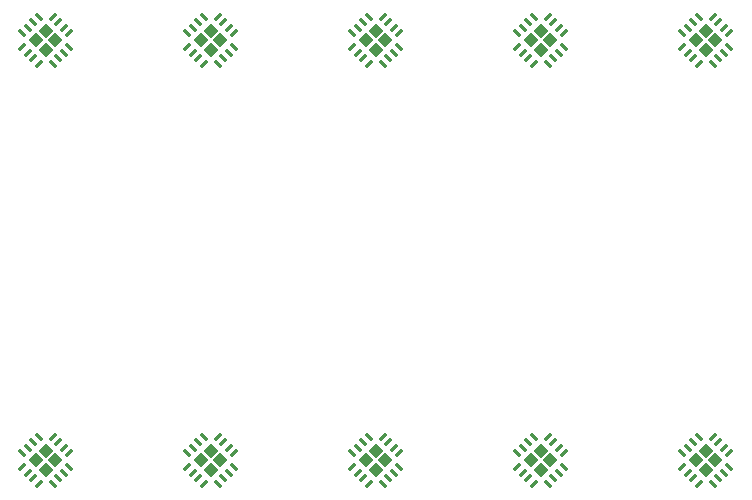
<source format=gbr>
%TF.GenerationSoftware,Altium Limited,Altium Designer,21.6.4 (81)*%
G04 Layer_Color=8421504*
%FSLAX26Y26*%
%MOIN*%
%TF.SameCoordinates,5FA90F47-3B47-4036-B415-51D33840892C*%
%TF.FilePolarity,Positive*%
%TF.FileFunction,Paste,Top*%
%TF.Part,CustomerPanel*%
G01*
G75*
%TA.AperFunction,SMDPad,CuDef*%
G04:AMPARAMS|DCode=11|XSize=11.811mil|YSize=29.528mil|CornerRadius=1.949mil|HoleSize=0mil|Usage=FLASHONLY|Rotation=315.000|XOffset=0mil|YOffset=0mil|HoleType=Round|Shape=RoundedRectangle|*
%AMROUNDEDRECTD11*
21,1,0.011811,0.025630,0,0,315.0*
21,1,0.007913,0.029528,0,0,315.0*
1,1,0.003898,-0.006264,-0.011859*
1,1,0.003898,-0.011859,-0.006264*
1,1,0.003898,0.006264,0.011859*
1,1,0.003898,0.011859,0.006264*
%
%ADD11ROUNDEDRECTD11*%
G04:AMPARAMS|DCode=12|XSize=11.811mil|YSize=29.528mil|CornerRadius=1.949mil|HoleSize=0mil|Usage=FLASHONLY|Rotation=45.000|XOffset=0mil|YOffset=0mil|HoleType=Round|Shape=RoundedRectangle|*
%AMROUNDEDRECTD12*
21,1,0.011811,0.025630,0,0,45.0*
21,1,0.007913,0.029528,0,0,45.0*
1,1,0.003898,0.011859,-0.006264*
1,1,0.003898,0.006264,-0.011859*
1,1,0.003898,-0.011859,0.006264*
1,1,0.003898,-0.006264,0.011859*
%
%ADD12ROUNDEDRECTD12*%
%TA.AperFunction,NonConductor*%
%ADD21P,0.052281X4X360.0*%
G04:AMPARAMS|DCode=22|XSize=36.97mil|YSize=36.968mil|CornerRadius=0mil|HoleSize=0mil|Usage=FLASHONLY|Rotation=315.000|XOffset=0mil|YOffset=0mil|HoleType=Round|Shape=Rectangle|*
%AMROTATEDRECTD22*
4,1,4,-0.026141,0.000001,-0.000001,0.026141,0.026141,-0.000001,0.000001,-0.026141,-0.026141,0.000001,0.0*
%
%ADD22ROTATEDRECTD22*%

D11*
X1326338Y1447052D02*
D03*
X1308242Y1465148D02*
D03*
X1409854Y1566760D02*
D03*
X1427950Y1548664D02*
D03*
X1373664Y1602950D02*
D03*
X1391758Y1584856D02*
D03*
X1272052Y1501338D02*
D03*
X1290146Y1483242D02*
D03*
X1840146D02*
D03*
X1858242Y1465148D02*
D03*
X1876338Y1447052D02*
D03*
X1941758Y1584856D02*
D03*
X1959854Y1566760D02*
D03*
X1977950Y1548664D02*
D03*
X1923664Y1602950D02*
D03*
X1822052Y1501338D02*
D03*
X2390146Y1483242D02*
D03*
X2408242Y1465148D02*
D03*
X2426338Y1447052D02*
D03*
X2509854Y1566760D02*
D03*
X2527950Y1548664D02*
D03*
X2473664Y1602950D02*
D03*
X2491758Y1584856D02*
D03*
X2372052Y1501338D02*
D03*
X2940146Y1483242D02*
D03*
X2958242Y1465148D02*
D03*
X2976338Y1447052D02*
D03*
X3041758Y1584856D02*
D03*
X3059854Y1566760D02*
D03*
X3077950Y1548664D02*
D03*
X3023664Y1602950D02*
D03*
X2922052Y1501338D02*
D03*
X3490146Y1483242D02*
D03*
X3508242Y1465148D02*
D03*
X3526338Y1447052D02*
D03*
X3609854Y1566760D02*
D03*
X3627950Y1548664D02*
D03*
X3573664Y1602950D02*
D03*
X3591758Y1584856D02*
D03*
X3472052Y1501338D02*
D03*
X3526338Y2847052D02*
D03*
X3508242Y2865148D02*
D03*
X3609854Y2966760D02*
D03*
X3627950Y2948664D02*
D03*
X3573664Y3002950D02*
D03*
X3591758Y2984856D02*
D03*
X3472052Y2901338D02*
D03*
X3490146Y2883242D02*
D03*
X3023664Y3002950D02*
D03*
X3041758Y2984856D02*
D03*
X3059854Y2966760D02*
D03*
X3077950Y2948664D02*
D03*
X2922052Y2901338D02*
D03*
X2940146Y2883242D02*
D03*
X2958242Y2865148D02*
D03*
X2976338Y2847052D02*
D03*
X2527950Y2948664D02*
D03*
X2509854Y2966760D02*
D03*
X2473664Y3002950D02*
D03*
X2491758Y2984856D02*
D03*
X2426338Y2847052D02*
D03*
X2408242Y2865148D02*
D03*
X2372052Y2901338D02*
D03*
X2390146Y2883242D02*
D03*
X1923664Y3002950D02*
D03*
X1941758Y2984856D02*
D03*
X1959854Y2966760D02*
D03*
X1977950Y2948664D02*
D03*
X1822052Y2901338D02*
D03*
X1840146Y2883242D02*
D03*
X1858242Y2865148D02*
D03*
X1876338Y2847052D02*
D03*
X1427950Y2948664D02*
D03*
X1409854Y2966760D02*
D03*
X1373664Y3002950D02*
D03*
X1391758Y2984856D02*
D03*
X1326338Y2847052D02*
D03*
X1308242Y2865148D02*
D03*
X1272052Y2901338D02*
D03*
X1290146Y2883242D02*
D03*
D12*
X1409854Y1483242D02*
D03*
X1427948Y1501338D02*
D03*
X1326338Y1602948D02*
D03*
X1308242Y1584854D02*
D03*
X1391758Y1465148D02*
D03*
X1373662Y1447052D02*
D03*
X1272052Y1548662D02*
D03*
X1290148Y1566758D02*
D03*
X1822052Y1548662D02*
D03*
X1840148Y1566758D02*
D03*
X1858242Y1584854D02*
D03*
X1941758Y1465148D02*
D03*
X1959854Y1483242D02*
D03*
X1923662Y1447052D02*
D03*
X1977948Y1501338D02*
D03*
X1876338Y1602948D02*
D03*
X2372052Y1548662D02*
D03*
X2390148Y1566758D02*
D03*
X2491758Y1465148D02*
D03*
X2473662Y1447052D02*
D03*
X2509854Y1483242D02*
D03*
X2527948Y1501338D02*
D03*
X2426338Y1602948D02*
D03*
X2408242Y1584854D02*
D03*
X2958242D02*
D03*
X2940148Y1566758D02*
D03*
X2922052Y1548662D02*
D03*
X3041758Y1465148D02*
D03*
X3059854Y1483242D02*
D03*
X3023662Y1447052D02*
D03*
X3077948Y1501338D02*
D03*
X2976338Y1602948D02*
D03*
X3472052Y1548662D02*
D03*
X3490148Y1566758D02*
D03*
X3591758Y1465148D02*
D03*
X3573662Y1447052D02*
D03*
X3609854Y1483242D02*
D03*
X3627948Y1501338D02*
D03*
X3526338Y1602948D02*
D03*
X3508242Y1584854D02*
D03*
X3609854Y2883242D02*
D03*
X3627948Y2901338D02*
D03*
X3526338Y3002948D02*
D03*
X3508242Y2984854D02*
D03*
X3591758Y2865148D02*
D03*
X3573662Y2847052D02*
D03*
X3472052Y2948662D02*
D03*
X3490148Y2966758D02*
D03*
X3077948Y2901338D02*
D03*
X3059854Y2883242D02*
D03*
X3041758Y2865148D02*
D03*
X3023662Y2847052D02*
D03*
X2922052Y2948662D02*
D03*
X2940148Y2966758D02*
D03*
X2958242Y2984854D02*
D03*
X2976338Y3002948D02*
D03*
X2527948Y2901338D02*
D03*
X2509854Y2883242D02*
D03*
X2408242Y2984854D02*
D03*
X2491758Y2865148D02*
D03*
X2473662Y2847052D02*
D03*
X2372052Y2948662D02*
D03*
X2390148Y2966758D02*
D03*
X2426338Y3002948D02*
D03*
X1977948Y2901338D02*
D03*
X1959854Y2883242D02*
D03*
X1941758Y2865148D02*
D03*
X1923662Y2847052D02*
D03*
X1822052Y2948662D02*
D03*
X1840148Y2966758D02*
D03*
X1858242Y2984854D02*
D03*
X1876338Y3002948D02*
D03*
X1427948Y2901338D02*
D03*
X1409854Y2883242D02*
D03*
X1308242Y2984854D02*
D03*
X1391758Y2865148D02*
D03*
X1373662Y2847052D02*
D03*
X1272052Y2948662D02*
D03*
X1290148Y2966758D02*
D03*
X1326338Y3002948D02*
D03*
D21*
X1318310Y1524984D02*
D03*
X1350018Y1556692D02*
D03*
X1868310Y1524984D02*
D03*
X1900018Y1556692D02*
D03*
X2418310Y1524984D02*
D03*
X2450018Y1556692D02*
D03*
X2968310Y1524984D02*
D03*
X3000018Y1556692D02*
D03*
X3518310Y1524984D02*
D03*
X3550018Y1556692D02*
D03*
Y2956692D02*
D03*
X3518310Y2924984D02*
D03*
X3000018Y2956692D02*
D03*
X2968310Y2924984D02*
D03*
X2450018Y2956692D02*
D03*
X2418310Y2924984D02*
D03*
X1900018Y2956692D02*
D03*
X1868310Y2924984D02*
D03*
X1350018Y2956692D02*
D03*
X1318310Y2924984D02*
D03*
D22*
X1350019Y1493274D02*
D03*
X1381727Y1524982D02*
D03*
X1900019Y1493274D02*
D03*
X1931727Y1524982D02*
D03*
X2450019Y1493274D02*
D03*
X2481727Y1524982D02*
D03*
X3000019Y1493274D02*
D03*
X3031727Y1524982D02*
D03*
X3550019Y1493274D02*
D03*
X3581727Y1524982D02*
D03*
X3550019Y2893274D02*
D03*
X3581727Y2924982D02*
D03*
X3031727D02*
D03*
X3000019Y2893274D02*
D03*
X2481727Y2924982D02*
D03*
X2450019Y2893274D02*
D03*
X1931727Y2924982D02*
D03*
X1900019Y2893274D02*
D03*
X1381727Y2924982D02*
D03*
X1350019Y2893274D02*
D03*
%TF.MD5,542d71e6c7dffaca09a0417dd9093573*%
M02*

</source>
